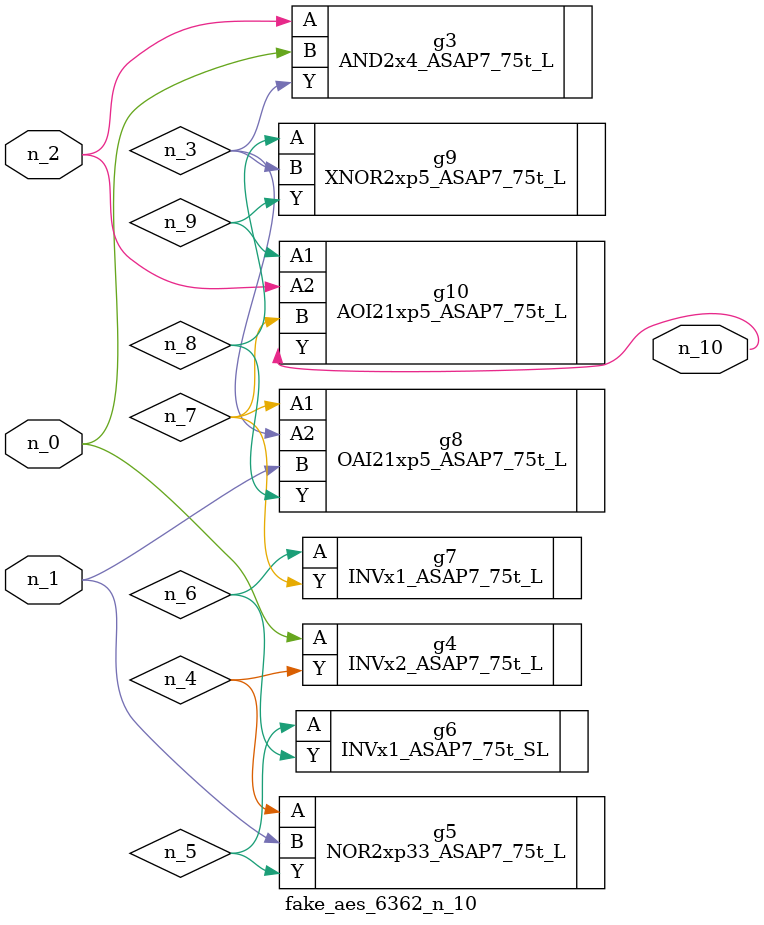
<source format=v>
module fake_aes_6362_n_10 (n_1, n_2, n_0, n_10);
input n_1;
input n_2;
input n_0;
output n_10;
wire n_6;
wire n_4;
wire n_3;
wire n_9;
wire n_5;
wire n_7;
wire n_8;
AND2x4_ASAP7_75t_L g3 ( .A(n_2), .B(n_0), .Y(n_3) );
INVx2_ASAP7_75t_L g4 ( .A(n_0), .Y(n_4) );
NOR2xp33_ASAP7_75t_L g5 ( .A(n_4), .B(n_1), .Y(n_5) );
INVx1_ASAP7_75t_SL g6 ( .A(n_5), .Y(n_6) );
INVx1_ASAP7_75t_L g7 ( .A(n_6), .Y(n_7) );
OAI21xp5_ASAP7_75t_L g8 ( .A1(n_7), .A2(n_3), .B(n_1), .Y(n_8) );
XNOR2xp5_ASAP7_75t_L g9 ( .A(n_8), .B(n_3), .Y(n_9) );
AOI21xp5_ASAP7_75t_L g10 ( .A1(n_9), .A2(n_2), .B(n_7), .Y(n_10) );
endmodule
</source>
